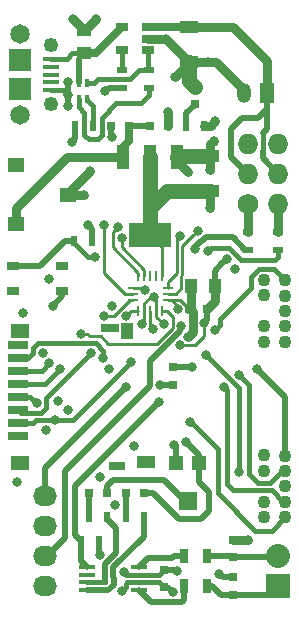
<source format=gtl>
G04 #@! TF.GenerationSoftware,KiCad,Pcbnew,(2017-01-24 revision 0b6147e)-makepkg*
G04 #@! TF.CreationDate,2017-01-30T11:51:45-08:00*
G04 #@! TF.ProjectId,derbyFX,646572627946582E6B696361645F7063,rev?*
G04 #@! TF.FileFunction,Copper,L1,Top,Signal*
G04 #@! TF.FilePolarity,Positive*
%FSLAX46Y46*%
G04 Gerber Fmt 4.6, Leading zero omitted, Abs format (unit mm)*
G04 Created by KiCad (PCBNEW (2017-01-24 revision 0b6147e)-makepkg) date 01/30/17 11:51:45*
%MOMM*%
%LPD*%
G01*
G04 APERTURE LIST*
%ADD10C,0.100000*%
%ADD11R,0.850000X0.250000*%
%ADD12R,0.250000X0.850000*%
%ADD13R,2.032000X2.032000*%
%ADD14O,2.032000X2.032000*%
%ADD15C,1.727200*%
%ADD16O,1.727200X1.727200*%
%ADD17R,1.000000X1.250000*%
%ADD18R,1.049020X0.647700*%
%ADD19R,0.750000X0.800000*%
%ADD20R,1.250000X1.000000*%
%ADD21R,1.600000X1.000000*%
%ADD22R,0.800000X0.750000*%
%ADD23R,0.700000X1.300000*%
%ADD24R,0.400000X0.700000*%
%ADD25R,0.797560X0.797560*%
%ADD26R,1.200000X1.700000*%
%ADD27O,1.200000X1.700000*%
%ADD28R,0.500000X0.900000*%
%ADD29R,0.900000X0.500000*%
%ADD30R,1.750000X0.700000*%
%ADD31R,1.500000X1.300000*%
%ADD32R,1.500000X0.800000*%
%ADD33R,1.400000X0.800000*%
%ADD34R,1.550000X1.000000*%
%ADD35R,1.000000X1.400000*%
%ADD36R,1.060000X0.650000*%
%ADD37R,3.657600X2.032000*%
%ADD38R,1.016000X2.032000*%
%ADD39R,1.450000X0.450000*%
%ADD40R,1.200000X1.200000*%
%ADD41R,1.600000X1.500000*%
%ADD42R,1.348740X0.398780*%
%ADD43R,1.899920X1.899920*%
%ADD44C,1.650000*%
%ADD45C,1.250000*%
%ADD46O,2.032000X1.727200*%
%ADD47C,1.100000*%
%ADD48R,1.400000X1.200000*%
%ADD49C,0.800000*%
%ADD50C,0.508000*%
%ADD51C,0.254000*%
%ADD52C,0.762000*%
%ADD53C,0.381000*%
%ADD54C,1.270000*%
%ADD55C,0.635000*%
G04 APERTURE END LIST*
D10*
D11*
X101805000Y-57920000D03*
X101805000Y-58420000D03*
X101805000Y-58920000D03*
D12*
X101330000Y-59895000D03*
X100830000Y-59895000D03*
X100330000Y-59895000D03*
X99830000Y-59895000D03*
X99330000Y-59895000D03*
D11*
X98855000Y-58920000D03*
X98855000Y-58420000D03*
X98855000Y-57920000D03*
D12*
X99330000Y-56945000D03*
X99830000Y-56945000D03*
X100330000Y-56945000D03*
X100830000Y-56945000D03*
X101330000Y-56945000D03*
D13*
X111125000Y-83185000D03*
D14*
X111125000Y-80645000D03*
D15*
X108585000Y-50800000D03*
D16*
X111125000Y-50800000D03*
X108585000Y-48260000D03*
X111125000Y-48260000D03*
X108585000Y-45720000D03*
X111125000Y-45720000D03*
D17*
X105775000Y-57785000D03*
X103775000Y-57785000D03*
D18*
X92877640Y-58224420D03*
X88732360Y-58224420D03*
X92877640Y-56075580D03*
X88732360Y-56075580D03*
D19*
X102235000Y-64655000D03*
X102235000Y-66155000D03*
D20*
X94742000Y-38084000D03*
X94742000Y-36084000D03*
D21*
X103632000Y-38838000D03*
X103632000Y-35838000D03*
D22*
X101842000Y-44196000D03*
X100342000Y-44196000D03*
X98540000Y-44196000D03*
X97040000Y-44196000D03*
D21*
X105410000Y-49760000D03*
X105410000Y-46760000D03*
D22*
X103644000Y-59690000D03*
X105144000Y-59690000D03*
X95135000Y-75311000D03*
X96635000Y-75311000D03*
X99810000Y-75311000D03*
X98310000Y-75311000D03*
D19*
X101473000Y-81800000D03*
X101473000Y-83300000D03*
X107315000Y-79260000D03*
X107315000Y-80760000D03*
X107315000Y-83935000D03*
X107315000Y-82435000D03*
D23*
X105090000Y-83185000D03*
X103190000Y-83185000D03*
X105090000Y-80645000D03*
X103190000Y-80645000D03*
D24*
X94270600Y-40614600D03*
X94970600Y-40614600D03*
X94970600Y-41914600D03*
X94270600Y-41914600D03*
D25*
X104140000Y-42405300D03*
X104140000Y-40906700D03*
D26*
X110236000Y-41402000D03*
D27*
X108236000Y-41402000D03*
D28*
X93865000Y-53975000D03*
X95365000Y-53975000D03*
D29*
X100203000Y-39509000D03*
X100203000Y-41009000D03*
D28*
X95492000Y-44196000D03*
X93992000Y-44196000D03*
D29*
X97917000Y-40997000D03*
X97917000Y-39497000D03*
D28*
X104890000Y-44196000D03*
X103390000Y-44196000D03*
X94500000Y-79375000D03*
X96000000Y-79375000D03*
D29*
X108585000Y-53225000D03*
X108585000Y-54725000D03*
D28*
X96635000Y-77343000D03*
X95135000Y-77343000D03*
X98310000Y-77343000D03*
X99810000Y-77343000D03*
D29*
X111125000Y-53225000D03*
X111125000Y-54725000D03*
D30*
X89161620Y-62745620D03*
X89161620Y-63845620D03*
X89161620Y-64945620D03*
X89161620Y-66045620D03*
X89161620Y-67145620D03*
X89161620Y-68245620D03*
X89161620Y-69345620D03*
X89161620Y-70445620D03*
D31*
X89286620Y-72795620D03*
X89286620Y-61545620D03*
D32*
X96886620Y-61295620D03*
D33*
X97536620Y-73045620D03*
D34*
X99961620Y-72695620D03*
D35*
X98386620Y-61595620D03*
D36*
X100160000Y-37780000D03*
X100160000Y-36830000D03*
X100160000Y-35880000D03*
X97960000Y-35880000D03*
X97960000Y-37780000D03*
D37*
X100330000Y-53467000D03*
D38*
X100330000Y-46863000D03*
X98044000Y-46863000D03*
X102616000Y-46863000D03*
D39*
X94955000Y-81575000D03*
X94955000Y-82225000D03*
X94955000Y-82875000D03*
X94955000Y-83525000D03*
X99355000Y-83525000D03*
X99355000Y-82875000D03*
X99355000Y-82225000D03*
X99355000Y-81575000D03*
D40*
X104493060Y-72722740D03*
X102493060Y-72722740D03*
D41*
X103493060Y-75962740D03*
D42*
X91948000Y-38580060D03*
X91948000Y-39230300D03*
X91948000Y-39878000D03*
X91948000Y-40525700D03*
X91948000Y-41175940D03*
D43*
X89273380Y-38679120D03*
X89273380Y-41076880D03*
D44*
X89278000Y-36448000D03*
X89278000Y-43308000D03*
D45*
X91948000Y-42375940D03*
X91948000Y-37375940D03*
D46*
X91440000Y-83185000D03*
X91440000Y-80645000D03*
X91440000Y-78105000D03*
X91440000Y-75565000D03*
D47*
X111760000Y-57284000D03*
X111760000Y-58584000D03*
X111760000Y-59884000D03*
X111760000Y-61184000D03*
X111760000Y-62484000D03*
X111760000Y-77343000D03*
X111760000Y-76043000D03*
X111760000Y-74743000D03*
X111760000Y-73443000D03*
X111760000Y-72143000D03*
X109982000Y-72106000D03*
X109982000Y-73406000D03*
X109982000Y-57277000D03*
X109982000Y-58577000D03*
X109982000Y-76043000D03*
X109982000Y-77343000D03*
X109982000Y-62484000D03*
X109982000Y-61184000D03*
D48*
X88978740Y-47531020D03*
X88978740Y-52531020D03*
X93378740Y-50031020D03*
D49*
X106174540Y-82163920D03*
X93337380Y-68267580D03*
X106786680Y-55463438D03*
X102831900Y-62806580D03*
X104914424Y-60924269D03*
X99598302Y-61002403D03*
X101455220Y-61033660D03*
X100667821Y-58696860D03*
X91744800Y-57170320D03*
X97061020Y-59448700D03*
X92090240Y-59425840D03*
X97564914Y-52763597D03*
X98064972Y-82001856D03*
X93345000Y-40513000D03*
X93345000Y-42545000D03*
X89560400Y-60020200D03*
X91795600Y-64312800D03*
X98983800Y-71297800D03*
X91516200Y-70002400D03*
X89052400Y-74371200D03*
X102565200Y-81915000D03*
X108585000Y-79248000D03*
X103860600Y-64668400D03*
X105410000Y-47980600D03*
X101624000Y-36830000D03*
X93776800Y-35179000D03*
X95707200Y-35153600D03*
X93370400Y-41579800D03*
X103555800Y-48107600D03*
X105714800Y-45466000D03*
X105181400Y-38811200D03*
X102438200Y-40106600D03*
X101854000Y-43002200D03*
X96520000Y-41275000D03*
X97078800Y-45186600D03*
X93726000Y-45593000D03*
X102952412Y-61169059D03*
X95663115Y-55328512D03*
X92557600Y-67480180D03*
X103524295Y-62079570D03*
X102673543Y-59702757D03*
X95072200Y-52628798D03*
X105410000Y-51181000D03*
X96031236Y-80562636D03*
X102239998Y-83693000D03*
X97903915Y-83629115D03*
X91215841Y-63461199D03*
X90728800Y-67716400D03*
X96838737Y-64779026D03*
X101142800Y-66167000D03*
X107467400Y-56362600D03*
X96062800Y-73914000D03*
X97332800Y-76327000D03*
X105816400Y-43815000D03*
X100330000Y-48895000D03*
X101751000Y-49760000D03*
X100330000Y-51181000D03*
X95250000Y-48056800D03*
X94742000Y-50038000D03*
X103378000Y-70993000D03*
X98298000Y-66294000D03*
X92252800Y-69138712D03*
X98679000Y-64236600D03*
X95351600Y-63423800D03*
X96354103Y-63903854D03*
X101092000Y-67564000D03*
X104135663Y-54636960D03*
X105234740Y-54785260D03*
X92665234Y-64806522D03*
X96393000Y-60295618D03*
X97901188Y-53705364D03*
X99852299Y-58114757D03*
X96398080Y-52578000D03*
X100520515Y-61389117D03*
X98297891Y-60295619D03*
X102870000Y-53502560D03*
X104355900Y-53086000D03*
X94445663Y-61842789D03*
X102362000Y-71247000D03*
X105791000Y-61468000D03*
X109347000Y-64770000D03*
X107823000Y-65278000D03*
X105029000Y-63627000D03*
X107823000Y-73533000D03*
X106553000Y-66294000D03*
X103722452Y-69258151D03*
D50*
X107315000Y-82435000D02*
X106445620Y-82435000D01*
X106445620Y-82435000D02*
X106174540Y-82163920D01*
X106386681Y-55863437D02*
X106786680Y-55463438D01*
X105775000Y-57785000D02*
X105775000Y-56475118D01*
X105775000Y-56475118D02*
X106386681Y-55863437D01*
D51*
X102831900Y-62806580D02*
X104089200Y-62806580D01*
X104089200Y-62806580D02*
X104914424Y-61981356D01*
X104914424Y-61981356D02*
X104914424Y-60924269D01*
X99830000Y-59895000D02*
X99830000Y-60770705D01*
D50*
X105144000Y-59690000D02*
X105144000Y-60694693D01*
X105144000Y-60694693D02*
X104914424Y-60924269D01*
D51*
X99830000Y-60770705D02*
X99598302Y-61002403D01*
X100830000Y-59895000D02*
X100830000Y-60408440D01*
X100830000Y-60408440D02*
X101455220Y-61033660D01*
X100830000Y-59895000D02*
X100830000Y-58859039D01*
X100830000Y-58859039D02*
X100667821Y-58696860D01*
X100349140Y-58696860D02*
X100667821Y-58696860D01*
X99830000Y-59216000D02*
X100349140Y-58696860D01*
X99830000Y-59895000D02*
X99830000Y-59216000D01*
D50*
X92877640Y-58224420D02*
X92877640Y-58638440D01*
X92877640Y-58638440D02*
X92090240Y-59425840D01*
D51*
X97164915Y-54479915D02*
X97164915Y-53163596D01*
X99330000Y-56945000D02*
X99330000Y-56645000D01*
X97164915Y-53163596D02*
X97564914Y-52763597D01*
X99330000Y-56645000D02*
X97164915Y-54479915D01*
D52*
X103632000Y-38838000D02*
X104648000Y-38838000D01*
X104648000Y-38838000D02*
X105154600Y-38838000D01*
X108236000Y-41402000D02*
X108236000Y-41152000D01*
X108236000Y-41152000D02*
X105922000Y-38838000D01*
X105922000Y-38838000D02*
X104648000Y-38838000D01*
D53*
X99355000Y-82225000D02*
X98288116Y-82225000D01*
X98288116Y-82225000D02*
X98064972Y-82001856D01*
D50*
X93370400Y-41579800D02*
X93370400Y-40538400D01*
X93370400Y-40538400D02*
X93345000Y-40513000D01*
X93370400Y-41579800D02*
X93370400Y-42519600D01*
X93370400Y-42519600D02*
X93345000Y-42545000D01*
D53*
X89161620Y-64945620D02*
X91162780Y-64945620D01*
X91162780Y-64945620D02*
X91795600Y-64312800D01*
D52*
X105775000Y-57785000D02*
X105775000Y-59059000D01*
X105775000Y-59059000D02*
X105144000Y-59690000D01*
D50*
X101473000Y-81800000D02*
X102450200Y-81800000D01*
X102450200Y-81800000D02*
X102565200Y-81915000D01*
D52*
X107315000Y-79260000D02*
X108573000Y-79260000D01*
X108573000Y-79260000D02*
X108585000Y-79248000D01*
D53*
X99355000Y-82225000D02*
X101048000Y-82225000D01*
X101048000Y-82225000D02*
X101473000Y-81800000D01*
D50*
X103860600Y-64668400D02*
X103847200Y-64655000D01*
X103847200Y-64655000D02*
X102235000Y-64655000D01*
D52*
X105410000Y-46760000D02*
X105410000Y-47980600D01*
X100160000Y-36830000D02*
X101624000Y-36830000D01*
X101624000Y-36830000D02*
X103632000Y-38838000D01*
X94742000Y-36084000D02*
X94681800Y-36084000D01*
X94681800Y-36084000D02*
X93776800Y-35179000D01*
X94742000Y-36084000D02*
X94776800Y-36084000D01*
X94776800Y-36084000D02*
X95707200Y-35153600D01*
X94742000Y-36084000D02*
X94878400Y-36084000D01*
D53*
X91948000Y-41175940D02*
X92966540Y-41175940D01*
X92966540Y-41175940D02*
X93370400Y-41579800D01*
D52*
X102616000Y-46863000D02*
X102616000Y-47167800D01*
X102616000Y-47167800D02*
X103555800Y-48107600D01*
X105410000Y-46760000D02*
X105410000Y-45770800D01*
X105410000Y-45770800D02*
X105714800Y-45466000D01*
D54*
X105410000Y-46760000D02*
X102719000Y-46760000D01*
X102719000Y-46760000D02*
X102616000Y-46863000D01*
D52*
X105154600Y-38838000D02*
X105181400Y-38811200D01*
X103632000Y-38838000D02*
X103632000Y-38912800D01*
X103632000Y-38912800D02*
X102438200Y-40106600D01*
D54*
X103632000Y-38838000D02*
X103632000Y-40398700D01*
X103632000Y-40398700D02*
X104140000Y-40906700D01*
D52*
X101842000Y-44196000D02*
X101842000Y-43014200D01*
X101842000Y-43014200D02*
X101854000Y-43002200D01*
D50*
X97917000Y-40997000D02*
X96798000Y-40997000D01*
X96798000Y-40997000D02*
X96520000Y-41275000D01*
X97040000Y-44196000D02*
X97040000Y-45147800D01*
X97040000Y-45147800D02*
X97078800Y-45186600D01*
X93992000Y-44196000D02*
X93992000Y-45327000D01*
X93992000Y-45327000D02*
X93726000Y-45593000D01*
X91592400Y-80645000D02*
X93091000Y-79146400D01*
X102806413Y-61602964D02*
X102806413Y-61315058D01*
X100288798Y-66208202D02*
X100288798Y-64120579D01*
X91440000Y-80645000D02*
X91592400Y-80645000D01*
X93091000Y-79146400D02*
X93091000Y-73406000D01*
X93091000Y-73406000D02*
X100288798Y-66208202D01*
X100288798Y-64120579D02*
X102806413Y-61602964D01*
X102806413Y-61315058D02*
X102952412Y-61169059D01*
D53*
X95097430Y-55328512D02*
X95663115Y-55328512D01*
X95018512Y-55328512D02*
X95097430Y-55328512D01*
X93865000Y-53975000D02*
X93865000Y-54175000D01*
X93865000Y-54175000D02*
X95018512Y-55328512D01*
D50*
X93865000Y-53975000D02*
X93107000Y-53975000D01*
X93107000Y-53975000D02*
X91006420Y-56075580D01*
X91006420Y-56075580D02*
X88732360Y-56075580D01*
D52*
X103924294Y-61679571D02*
X103524295Y-62079570D01*
X103933414Y-61670451D02*
X103924294Y-61679571D01*
X103933414Y-59979414D02*
X103933414Y-61670451D01*
X103644000Y-59690000D02*
X103933414Y-59979414D01*
D51*
X101805000Y-58920000D02*
X102105000Y-58920000D01*
X102105000Y-58920000D02*
X102673543Y-59488543D01*
X102673543Y-59488543D02*
X102673543Y-59702757D01*
X101330000Y-56945000D02*
X101330000Y-54467000D01*
X101330000Y-54467000D02*
X100330000Y-53467000D01*
D50*
X95365000Y-52921598D02*
X95072200Y-52628798D01*
X95365000Y-53975000D02*
X95365000Y-52921598D01*
D52*
X105410000Y-49760000D02*
X105410000Y-51181000D01*
D50*
X96000000Y-79375000D02*
X96000000Y-80531400D01*
X96000000Y-80531400D02*
X96031236Y-80562636D01*
D53*
X101473000Y-83300000D02*
X101846998Y-83300000D01*
X101846998Y-83300000D02*
X102239998Y-83693000D01*
X98361753Y-82875000D02*
X98239499Y-82997254D01*
X99355000Y-82875000D02*
X98361753Y-82875000D01*
X98239499Y-82997254D02*
X98239499Y-83293531D01*
X98239499Y-83293531D02*
X97903915Y-83629115D01*
X90728800Y-67716400D02*
X90158020Y-67145620D01*
X90158020Y-67145620D02*
X89161620Y-67145620D01*
D50*
X102235000Y-66155000D02*
X101154800Y-66155000D01*
X101154800Y-66155000D02*
X101142800Y-66167000D01*
D51*
X101805000Y-58920000D02*
X102874000Y-58920000D01*
X102874000Y-58920000D02*
X103644000Y-59690000D01*
D52*
X103775000Y-57785000D02*
X103775000Y-59559000D01*
X103775000Y-59559000D02*
X103644000Y-59690000D01*
X104890000Y-44196000D02*
X105435400Y-44196000D01*
X105435400Y-44196000D02*
X105816400Y-43815000D01*
D54*
X100330000Y-50165000D02*
X100330000Y-48895000D01*
X102870000Y-49760000D02*
X101751000Y-49760000D01*
X102870000Y-49760000D02*
X105410000Y-49760000D01*
X100330000Y-52070000D02*
X100330000Y-51181000D01*
X100330000Y-53467000D02*
X100330000Y-52070000D01*
X100330000Y-51181000D02*
X101751000Y-49760000D01*
X100330000Y-53467000D02*
X100330000Y-50165000D01*
X100330000Y-50165000D02*
X100330000Y-46863000D01*
D53*
X99355000Y-82875000D02*
X101048000Y-82875000D01*
X101048000Y-82875000D02*
X101473000Y-83300000D01*
D50*
X94270600Y-40614600D02*
X94270600Y-38555400D01*
X94270600Y-38555400D02*
X94742000Y-38084000D01*
D55*
X94742000Y-38084000D02*
X95756000Y-38084000D01*
X95756000Y-38084000D02*
X97960000Y-35880000D01*
D53*
X94742000Y-38084000D02*
X93742000Y-38084000D01*
X93245940Y-38580060D02*
X91948000Y-38580060D01*
X93742000Y-38084000D02*
X93245940Y-38580060D01*
D52*
X93378740Y-50031020D02*
X93378740Y-49928060D01*
X93378740Y-49928060D02*
X95250000Y-48056800D01*
X94742000Y-50038000D02*
X93385720Y-50038000D01*
X93385720Y-50038000D02*
X93378740Y-50031020D01*
D50*
X107188000Y-44450000D02*
X107188000Y-46863000D01*
X107188000Y-46863000D02*
X108585000Y-48260000D01*
X108077000Y-43561000D02*
X107188000Y-44450000D01*
X109435000Y-43561000D02*
X108077000Y-43561000D01*
X110236000Y-41402000D02*
X110236000Y-42760000D01*
X110236000Y-42760000D02*
X109435000Y-43561000D01*
X109839101Y-46339101D02*
X109839101Y-46974101D01*
X109839101Y-46974101D02*
X111125000Y-48260000D01*
D53*
X109855000Y-44831000D02*
X109839101Y-44846899D01*
X109839101Y-44846899D02*
X109839101Y-46339101D01*
D50*
X110236000Y-44450000D02*
X109855000Y-44831000D01*
X110236000Y-41402000D02*
X110236000Y-44450000D01*
D52*
X103632000Y-35838000D02*
X107339000Y-35838000D01*
X110236000Y-38735000D02*
X110236000Y-41402000D01*
X107339000Y-35838000D02*
X110236000Y-38735000D01*
D55*
X100160000Y-35880000D02*
X103590000Y-35880000D01*
X103590000Y-35880000D02*
X103632000Y-35838000D01*
D52*
X88978740Y-52531020D02*
X88978740Y-51169020D01*
X88978740Y-51169020D02*
X93284760Y-46863000D01*
X93284760Y-46863000D02*
X96774000Y-46863000D01*
X96774000Y-46863000D02*
X98044000Y-46863000D01*
D55*
X98044000Y-45974000D02*
X98540000Y-45478000D01*
X98540000Y-45478000D02*
X98540000Y-44196000D01*
X98044000Y-46863000D02*
X98044000Y-45974000D01*
D50*
X100342000Y-44196000D02*
X98540000Y-44196000D01*
X95135000Y-75311000D02*
X95135000Y-77343000D01*
X103493060Y-75962740D02*
X103267740Y-75962740D01*
X103267740Y-75962740D02*
X101473000Y-74168000D01*
X101473000Y-74168000D02*
X97155000Y-74168000D01*
X97155000Y-74168000D02*
X96635000Y-74688000D01*
X96635000Y-74688000D02*
X96635000Y-75311000D01*
X104493060Y-72722740D02*
X104493060Y-74394060D01*
X100584000Y-75311000D02*
X99810000Y-75311000D01*
X102743000Y-77470000D02*
X100584000Y-75311000D01*
X104648000Y-77470000D02*
X102743000Y-77470000D01*
X105283000Y-76835000D02*
X104648000Y-77470000D01*
X105283000Y-75184000D02*
X105283000Y-76835000D01*
X104493060Y-74394060D02*
X105283000Y-75184000D01*
X103378000Y-70993000D02*
X104493060Y-72108060D01*
X104493060Y-72108060D02*
X104493060Y-72722740D01*
X98310000Y-75311000D02*
X98310000Y-77343000D01*
X107315000Y-80760000D02*
X111010000Y-80760000D01*
X111010000Y-80760000D02*
X111125000Y-80645000D01*
X105090000Y-80645000D02*
X107200000Y-80645000D01*
X107200000Y-80645000D02*
X107315000Y-80760000D01*
X107315000Y-83935000D02*
X110375000Y-83935000D01*
X110375000Y-83935000D02*
X111125000Y-83185000D01*
X105537000Y-83185000D02*
X106287000Y-83935000D01*
X106287000Y-83935000D02*
X107315000Y-83935000D01*
X105090000Y-83185000D02*
X105537000Y-83185000D01*
X100348001Y-84547002D02*
X99355000Y-83554001D01*
X102985998Y-84547002D02*
X100348001Y-84547002D01*
X103190000Y-84343000D02*
X102985998Y-84547002D01*
X103190000Y-83185000D02*
X103190000Y-84343000D01*
X102205000Y-80772000D02*
X100158000Y-80772000D01*
X100158000Y-80772000D02*
X99384001Y-81545999D01*
X99384001Y-81545999D02*
X99355000Y-81545999D01*
X103190000Y-80645000D02*
X102332000Y-80645000D01*
X102332000Y-80645000D02*
X102205000Y-80772000D01*
D52*
X108585000Y-50800000D02*
X108585000Y-53225000D01*
X111125000Y-53225000D02*
X111125000Y-50800000D01*
D53*
X95907200Y-40259000D02*
X98622000Y-40259000D01*
X98622000Y-40259000D02*
X99372000Y-39509000D01*
X99372000Y-39509000D02*
X100203000Y-39509000D01*
X94970600Y-40614600D02*
X95551600Y-40614600D01*
X95551600Y-40614600D02*
X95907200Y-40259000D01*
X100160000Y-37780000D02*
X100160000Y-39466000D01*
X100160000Y-39466000D02*
X100203000Y-39509000D01*
X95492000Y-44196000D02*
X95492000Y-42533000D01*
X95492000Y-42533000D02*
X94970600Y-42011600D01*
X94970600Y-42011600D02*
X94970600Y-41914600D01*
X94270600Y-41914600D02*
X94270600Y-42645600D01*
X97467098Y-42291000D02*
X99552000Y-42291000D01*
X94270600Y-42645600D02*
X94742000Y-43117000D01*
X94742000Y-43117000D02*
X94742000Y-44958000D01*
X99552000Y-42291000D02*
X100203000Y-41640000D01*
X94742000Y-44958000D02*
X95123000Y-45339000D01*
X95123000Y-45339000D02*
X95885000Y-45339000D01*
X95885000Y-45339000D02*
X96249499Y-44974501D01*
X96249499Y-44974501D02*
X96249499Y-43508599D01*
X96249499Y-43508599D02*
X97467098Y-42291000D01*
X100203000Y-41640000D02*
X100203000Y-41009000D01*
D50*
X104140000Y-42418000D02*
X103390000Y-43168000D01*
X103390000Y-43168000D02*
X103390000Y-44196000D01*
X104140000Y-42405300D02*
X104140000Y-42418000D01*
X98298000Y-66294000D02*
X91440000Y-73152000D01*
X91440000Y-73152000D02*
X91440000Y-75565000D01*
D53*
X97960000Y-37780000D02*
X97960000Y-39454000D01*
X97960000Y-39454000D02*
X97917000Y-39497000D01*
X90624528Y-69138712D02*
X92252800Y-69138712D01*
X92252800Y-69138712D02*
X93776888Y-69138712D01*
X98279001Y-64636599D02*
X98679000Y-64236600D01*
X93776888Y-69138712D02*
X98279001Y-64636599D01*
X89161620Y-69345620D02*
X90417620Y-69345620D01*
X90417620Y-69345620D02*
X90624528Y-69138712D01*
X91519301Y-68095841D02*
X91108241Y-68506901D01*
X95351600Y-63423800D02*
X91519301Y-67256099D01*
X91519301Y-67256099D02*
X91519301Y-68095841D01*
X91108241Y-68506901D02*
X89422901Y-68506901D01*
X89422901Y-68506901D02*
X89161620Y-68245620D01*
X96354103Y-63338169D02*
X96354103Y-63903854D01*
X96354103Y-63256361D02*
X96354103Y-63338169D01*
X95731041Y-62633299D02*
X96354103Y-63256361D01*
X90852759Y-62633299D02*
X95731041Y-62633299D01*
X89989522Y-63845620D02*
X90427121Y-63408021D01*
X89161620Y-63845620D02*
X89989522Y-63845620D01*
X90427121Y-63408021D02*
X90427121Y-63058937D01*
X90427121Y-63058937D02*
X90852759Y-62633299D01*
D50*
X93980000Y-74676000D02*
X93980000Y-78855000D01*
X93980000Y-78855000D02*
X94500000Y-79375000D01*
X101092000Y-67564000D02*
X93980000Y-74676000D01*
X94500000Y-79375000D02*
X94500000Y-81090999D01*
X94500000Y-81090999D02*
X94955000Y-81545999D01*
X104664221Y-53940001D02*
X104135663Y-54468559D01*
X107315941Y-53655941D02*
X105016861Y-53655941D01*
X108585000Y-54725000D02*
X108385000Y-54725000D01*
X105016861Y-53655941D02*
X104732801Y-53940001D01*
X104732801Y-53940001D02*
X104664221Y-53940001D01*
X104135663Y-54468559D02*
X104135663Y-54636960D01*
X108385000Y-54725000D02*
X107315941Y-53655941D01*
X97393000Y-80408626D02*
X96502959Y-81298667D01*
X97393000Y-78301000D02*
X97393000Y-80408626D01*
X96635000Y-77543000D02*
X97393000Y-78301000D01*
X96502959Y-81298667D02*
X96502959Y-82786959D01*
X96502959Y-82786959D02*
X96520000Y-82804000D01*
X96635000Y-77343000D02*
X96635000Y-77543000D01*
D53*
X96520000Y-82804000D02*
X96449000Y-82875000D01*
X96449000Y-82875000D02*
X94955000Y-82875000D01*
D50*
X97210970Y-81591934D02*
X97210970Y-82435975D01*
X96771275Y-83554001D02*
X94955000Y-83554001D01*
X97232648Y-83092628D02*
X96771275Y-83554001D01*
X97232648Y-82457653D02*
X97232648Y-83092628D01*
X97210970Y-82435975D02*
X97232648Y-82457653D01*
X99810000Y-77343000D02*
X99810000Y-78992904D01*
X99810000Y-78992904D02*
X97210970Y-81591934D01*
D53*
X107016298Y-54559200D02*
X105460800Y-54559200D01*
X105460800Y-54559200D02*
X105234740Y-54785260D01*
X110895640Y-55585360D02*
X108042458Y-55585360D01*
X108042458Y-55585360D02*
X107016298Y-54559200D01*
X111125000Y-54725000D02*
X111125000Y-55356000D01*
X111125000Y-55356000D02*
X110895640Y-55585360D01*
X89161620Y-66045620D02*
X91426136Y-66045620D01*
X91426136Y-66045620D02*
X92265235Y-65206521D01*
X92265235Y-65206521D02*
X92665234Y-64806522D01*
D51*
X97269744Y-60295618D02*
X96958685Y-60295618D01*
X98855000Y-58920000D02*
X98645362Y-58920000D01*
X98645362Y-58920000D02*
X97269744Y-60295618D01*
X96958685Y-60295618D02*
X96393000Y-60295618D01*
X97901188Y-54271049D02*
X97901188Y-53705364D01*
X97901188Y-54499473D02*
X97901188Y-54271049D01*
X99830000Y-56945000D02*
X99830000Y-56428285D01*
X99830000Y-56428285D02*
X97901188Y-54499473D01*
X99657542Y-57920000D02*
X99852299Y-58114757D01*
X98855000Y-57920000D02*
X99657542Y-57920000D01*
X96398080Y-53143685D02*
X96398080Y-52578000D01*
X96398080Y-56642080D02*
X96398080Y-53143685D01*
X98176000Y-58420000D02*
X96398080Y-56642080D01*
X98855000Y-58420000D02*
X98176000Y-58420000D01*
X100330000Y-61198602D02*
X100520515Y-61389117D01*
X100330000Y-59895000D02*
X100330000Y-61198602D01*
X98697890Y-59895620D02*
X98297891Y-60295619D01*
X98698510Y-59895000D02*
X98697890Y-59895620D01*
X99330000Y-59895000D02*
X98698510Y-59895000D01*
X102565200Y-56639130D02*
X102565200Y-53807360D01*
X102565200Y-53807360D02*
X102870000Y-53502560D01*
X101805000Y-57920000D02*
X101805000Y-57399330D01*
X101805000Y-57399330D02*
X102565200Y-56639130D01*
X103019211Y-54422689D02*
X103955901Y-53485999D01*
X103019211Y-56832999D02*
X103019211Y-54422689D01*
X102947999Y-56904211D02*
X103019211Y-56832999D01*
X102947999Y-57956001D02*
X102947999Y-56904211D01*
X102484000Y-58420000D02*
X102947999Y-57956001D01*
X103955901Y-53485999D02*
X104355900Y-53086000D01*
X101805000Y-58420000D02*
X102484000Y-58420000D01*
X102225402Y-61352142D02*
X100934506Y-62643038D01*
X95195894Y-62027335D02*
X95011348Y-61842789D01*
X100934506Y-62643038D02*
X96764402Y-62643038D01*
X96764402Y-62643038D02*
X96148699Y-62027335D01*
X95011348Y-61842789D02*
X94445663Y-61842789D01*
X102225402Y-60411402D02*
X102225402Y-61352142D01*
X101330000Y-59895000D02*
X101709000Y-59895000D01*
X101709000Y-59895000D02*
X102225402Y-60411402D01*
X96148699Y-62027335D02*
X95195894Y-62027335D01*
D50*
X102362000Y-71247000D02*
X102493060Y-71378060D01*
X102493060Y-71378060D02*
X102493060Y-72722740D01*
D53*
X108839000Y-57023000D02*
X109525501Y-56336499D01*
X109525501Y-56336499D02*
X110812499Y-56336499D01*
X110812499Y-56336499D02*
X111210001Y-56734001D01*
X111210001Y-56734001D02*
X111760000Y-57284000D01*
X108839000Y-57912000D02*
X108839000Y-57023000D01*
X106190999Y-60560001D02*
X108839000Y-57912000D01*
X105791000Y-61468000D02*
X106190999Y-61068001D01*
X106190999Y-61068001D02*
X106190999Y-60560001D01*
D50*
X109347000Y-64770000D02*
X111760000Y-67183000D01*
X111760000Y-67183000D02*
X111760000Y-72143000D01*
D53*
X107823000Y-65278000D02*
X108712000Y-66167000D01*
X108712000Y-66167000D02*
X108712000Y-73660000D01*
X108712000Y-73660000D02*
X109474000Y-74422000D01*
X109474000Y-74422000D02*
X110490000Y-74422000D01*
X110490000Y-74422000D02*
X111469000Y-73443000D01*
X111469000Y-73443000D02*
X111760000Y-73443000D01*
X105029000Y-63627000D02*
X107823000Y-66421000D01*
X107823000Y-66421000D02*
X107823000Y-73533000D01*
X110617000Y-75057000D02*
X111603000Y-76043000D01*
X111603000Y-76043000D02*
X111760000Y-76043000D01*
X107315000Y-75057000D02*
X110617000Y-75057000D01*
X106807000Y-74549000D02*
X107315000Y-75057000D01*
X106807000Y-66548000D02*
X106807000Y-74549000D01*
X106553000Y-66294000D02*
X106807000Y-66548000D01*
X109220000Y-78486000D02*
X106045000Y-75311000D01*
X110617000Y-78486000D02*
X109220000Y-78486000D01*
X104122451Y-69658150D02*
X103722452Y-69258151D01*
X111760000Y-77343000D02*
X110617000Y-78486000D01*
X106045000Y-71580699D02*
X104122451Y-69658150D01*
X106045000Y-75311000D02*
X106045000Y-71580699D01*
M02*

</source>
